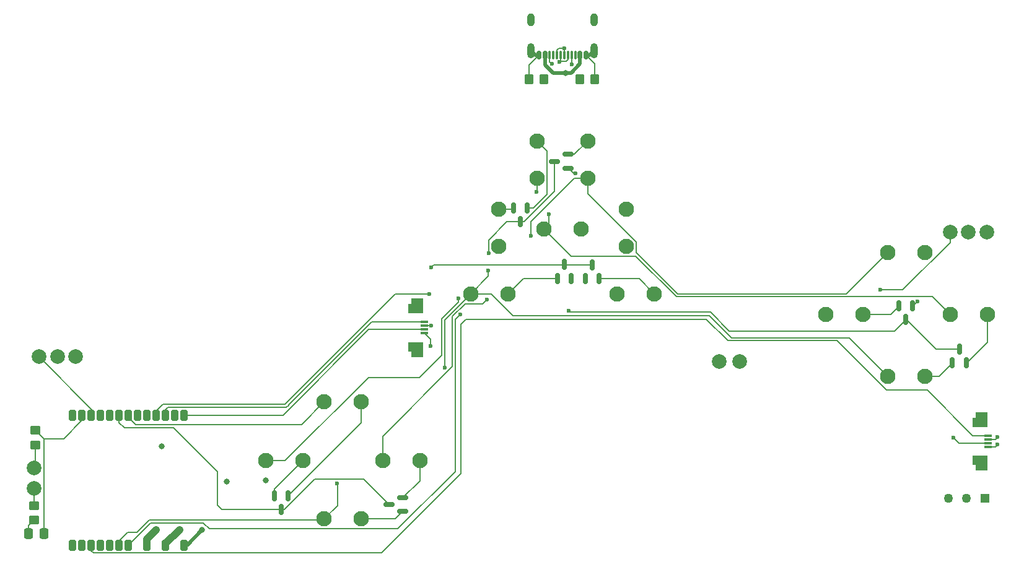
<source format=gbr>
%TF.GenerationSoftware,KiCad,Pcbnew,9.0.2*%
%TF.CreationDate,2025-07-08T14:50:53+02:00*%
%TF.ProjectId,FMControllerSeed,464d436f-6e74-4726-9f6c-6c6572536565,rev?*%
%TF.SameCoordinates,Original*%
%TF.FileFunction,Copper,L1,Top*%
%TF.FilePolarity,Positive*%
%FSLAX46Y46*%
G04 Gerber Fmt 4.6, Leading zero omitted, Abs format (unit mm)*
G04 Created by KiCad (PCBNEW 9.0.2) date 2025-07-08 14:50:53*
%MOMM*%
%LPD*%
G01*
G04 APERTURE LIST*
G04 Aperture macros list*
%AMRoundRect*
0 Rectangle with rounded corners*
0 $1 Rounding radius*
0 $2 $3 $4 $5 $6 $7 $8 $9 X,Y pos of 4 corners*
0 Add a 4 corners polygon primitive as box body*
4,1,4,$2,$3,$4,$5,$6,$7,$8,$9,$2,$3,0*
0 Add four circle primitives for the rounded corners*
1,1,$1+$1,$2,$3*
1,1,$1+$1,$4,$5*
1,1,$1+$1,$6,$7*
1,1,$1+$1,$8,$9*
0 Add four rect primitives between the rounded corners*
20,1,$1+$1,$2,$3,$4,$5,0*
20,1,$1+$1,$4,$5,$6,$7,0*
20,1,$1+$1,$6,$7,$8,$9,0*
20,1,$1+$1,$8,$9,$2,$3,0*%
%AMFreePoly0*
4,1,7,1.050000,-0.975000,-0.250000,-0.975000,-0.250000,-0.625000,-1.050000,-0.625000,-1.050000,0.975000,1.050000,0.975000,1.050000,-0.975000,1.050000,-0.975000,$1*%
%AMFreePoly1*
4,1,7,1.050000,-0.625000,0.250000,-0.625000,0.250000,-0.975000,-1.050000,-0.975000,-1.050000,0.975000,1.050000,0.975000,1.050000,-0.625000,1.050000,-0.625000,$1*%
G04 Aperture macros list end*
%TA.AperFunction,ComponentPad*%
%ADD10C,2.100000*%
%TD*%
%TA.AperFunction,SMDPad,CuDef*%
%ADD11RoundRect,0.150000X0.587500X0.150000X-0.587500X0.150000X-0.587500X-0.150000X0.587500X-0.150000X0*%
%TD*%
%TA.AperFunction,SMDPad,CuDef*%
%ADD12RoundRect,0.150000X0.150000X-0.587500X0.150000X0.587500X-0.150000X0.587500X-0.150000X-0.587500X0*%
%TD*%
%TA.AperFunction,ComponentPad*%
%ADD13R,1.270000X1.270000*%
%TD*%
%TA.AperFunction,ComponentPad*%
%ADD14C,1.270000*%
%TD*%
%TA.AperFunction,ComponentPad*%
%ADD15C,2.000000*%
%TD*%
%TA.AperFunction,SMDPad,CuDef*%
%ADD16RoundRect,0.075000X-0.475000X0.075000X-0.475000X-0.075000X0.475000X-0.075000X0.475000X0.075000X0*%
%TD*%
%TA.AperFunction,SMDPad,CuDef*%
%ADD17FreePoly0,270.000000*%
%TD*%
%TA.AperFunction,SMDPad,CuDef*%
%ADD18FreePoly1,270.000000*%
%TD*%
%TA.AperFunction,SMDPad,CuDef*%
%ADD19RoundRect,0.250000X0.350000X0.450000X-0.350000X0.450000X-0.350000X-0.450000X0.350000X-0.450000X0*%
%TD*%
%TA.AperFunction,SMDPad,CuDef*%
%ADD20RoundRect,0.250000X0.250000X0.500000X-0.250000X0.500000X-0.250000X-0.500000X0.250000X-0.500000X0*%
%TD*%
%TA.AperFunction,SMDPad,CuDef*%
%ADD21RoundRect,0.250000X-0.250000X-0.500000X0.250000X-0.500000X0.250000X0.500000X-0.250000X0.500000X0*%
%TD*%
%TA.AperFunction,SMDPad,CuDef*%
%ADD22RoundRect,0.250000X0.337500X0.475000X-0.337500X0.475000X-0.337500X-0.475000X0.337500X-0.475000X0*%
%TD*%
%TA.AperFunction,SMDPad,CuDef*%
%ADD23RoundRect,0.250000X-0.350000X-0.450000X0.350000X-0.450000X0.350000X0.450000X-0.350000X0.450000X0*%
%TD*%
%TA.AperFunction,SMDPad,CuDef*%
%ADD24RoundRect,0.150000X-0.150000X0.587500X-0.150000X-0.587500X0.150000X-0.587500X0.150000X0.587500X0*%
%TD*%
%TA.AperFunction,SMDPad,CuDef*%
%ADD25RoundRect,0.150000X0.150000X0.425000X-0.150000X0.425000X-0.150000X-0.425000X0.150000X-0.425000X0*%
%TD*%
%TA.AperFunction,SMDPad,CuDef*%
%ADD26RoundRect,0.075000X0.075000X0.500000X-0.075000X0.500000X-0.075000X-0.500000X0.075000X-0.500000X0*%
%TD*%
%TA.AperFunction,HeatsinkPad*%
%ADD27O,1.000000X2.100000*%
%TD*%
%TA.AperFunction,HeatsinkPad*%
%ADD28O,1.000000X1.800000*%
%TD*%
%TA.AperFunction,SMDPad,CuDef*%
%ADD29RoundRect,0.250000X-0.450000X0.350000X-0.450000X-0.350000X0.450000X-0.350000X0.450000X0.350000X0*%
%TD*%
%TA.AperFunction,ViaPad*%
%ADD30C,0.600000*%
%TD*%
%TA.AperFunction,ViaPad*%
%ADD31C,1.000000*%
%TD*%
%TA.AperFunction,ViaPad*%
%ADD32C,0.800000*%
%TD*%
%TA.AperFunction,Conductor*%
%ADD33C,0.200000*%
%TD*%
%TA.AperFunction,Conductor*%
%ADD34C,1.000000*%
%TD*%
%TA.AperFunction,Conductor*%
%ADD35C,0.500000*%
%TD*%
G04 APERTURE END LIST*
D10*
%TO.P,StickL2,1,1*%
%TO.N,Column 1*%
X144568248Y-74540000D03*
%TO.P,StickL2,2,2*%
%TO.N,Net-(D1-Pad1)*%
X144568248Y-69460000D03*
%TD*%
D11*
%TO.P,D7,1*%
%TO.N,Net-(D7-Pad1)*%
X126227500Y-120152500D03*
%TO.P,D7,2*%
%TO.N,Net-(D7-Pad2)*%
X126227500Y-118252500D03*
%TO.P,D7,3*%
%TO.N,Row 3*%
X124352500Y-119202500D03*
%TD*%
D12*
%TO.P,D3,1*%
%TO.N,Net-(D3-Pad1)*%
X147330000Y-88260000D03*
%TO.P,D3,2*%
%TO.N,Net-(D3-Pad2)*%
X149230000Y-88260000D03*
%TO.P,D3,3*%
%TO.N,Row 1*%
X148280000Y-86385000D03*
%TD*%
D10*
%TO.P,BumperL1,1,1*%
%TO.N,Column 0*%
X139292937Y-83872751D03*
%TO.P,BumperL1,2,2*%
%TO.N,Net-(BumperL1-Pad2)*%
X139292937Y-78792751D03*
%TD*%
D13*
%TO.P,SW17,1,1*%
%TO.N,unconnected-(SW17-Pad1)*%
X205760000Y-118380000D03*
D14*
%TO.P,SW17,2,2*%
%TO.N,+BAT*%
X203260000Y-118380000D03*
%TO.P,SW17,3,3*%
%TO.N,Net-(U2-BAT+)*%
X200760000Y-118380000D03*
%TD*%
D15*
%TO.P,U3,1,BAT-*%
%TO.N,-BATT*%
X75830000Y-116980000D03*
%TO.P,U3,2,BAT+*%
%TO.N,+BAT*%
X75830000Y-114180000D03*
%TD*%
%TO.P,U2,1,BAT-*%
%TO.N,-BATT*%
X169480000Y-99630000D03*
%TO.P,U2,2,BAT+*%
%TO.N,Net-(U2-BAT+)*%
X172280000Y-99630000D03*
%TD*%
D16*
%TO.P,StickR1,1,X*%
%TO.N,Net-(StickR1-X)*%
X206230000Y-109810000D03*
%TO.P,StickR1,2,GND*%
%TO.N,+3.3V*%
X206230000Y-110310000D03*
%TO.P,StickR1,3,Y*%
%TO.N,Net-(StickR1-Y)*%
X206230000Y-110810000D03*
%TO.P,StickR1,4,3V3*%
%TO.N,GND*%
X206230000Y-111310000D03*
D17*
%TO.P,StickR1,MP*%
%TO.N,N/C*%
X205105000Y-107560000D03*
D18*
X205105000Y-113560000D03*
%TD*%
D10*
%TO.P,BumperR1,1,1*%
%TO.N,Column 2*%
X156775311Y-83872751D03*
%TO.P,BumperR1,2,2*%
%TO.N,Net-(BumperR1-Pad2)*%
X156775311Y-78792751D03*
%TD*%
D19*
%TO.P,R4,1*%
%TO.N,GND*%
X152440000Y-61050000D03*
%TO.P,R4,2*%
%TO.N,Net-(J1-CC1)*%
X150440000Y-61050000D03*
%TD*%
D10*
%TO.P,B1,1,1*%
%TO.N,Column 1*%
X201012488Y-93182858D03*
%TO.P,B1,2,2*%
%TO.N,Net-(B1-Pad2)*%
X206092488Y-93182858D03*
%TD*%
D20*
%TO.P,U1,1,GPIO*%
%TO.N,Net-(StickL1-Y)*%
X96350000Y-106970000D03*
%TO.P,U1,2,GPIO*%
%TO.N,Net-(StickL1-X)*%
X93810000Y-106970000D03*
%TO.P,U1,3,GPIO*%
%TO.N,unconnected-(U1-GPIO-Pad3)*%
X91270000Y-106970000D03*
D21*
%TO.P,U1,3V3,3V3*%
%TO.N,+3.3V*%
X91270000Y-124750000D03*
D20*
%TO.P,U1,4,GPIO*%
%TO.N,Column 2*%
X88730000Y-106970000D03*
%TO.P,U1,5,GPIO*%
%TO.N,unconnected-(U1-GPIO-Pad5)*%
X86190000Y-106970000D03*
D21*
%TO.P,U1,5V,5V*%
%TO.N,VBUS*%
X96350000Y-124750000D03*
D20*
%TO.P,U1,6,GPIO*%
%TO.N,Net-(TriggerL1-OUT)*%
X83650000Y-106970000D03*
D21*
%TO.P,U1,7,GPIO*%
%TO.N,Net-(StickR1-X)*%
X83650000Y-124750000D03*
%TO.P,U1,8,GPIO*%
%TO.N,Net-(StickR1-Y)*%
X86190000Y-124750000D03*
%TO.P,U1,9,GPIO*%
%TO.N,Net-(TriggerR1-OUT)*%
X88730000Y-124750000D03*
D20*
%TO.P,U1,10,GPIO*%
%TO.N,Net-(C1-Pad1)*%
X82380000Y-106970000D03*
D21*
%TO.P,U1,11,GPIO*%
%TO.N,Row 2*%
X82380000Y-124750000D03*
%TO.P,U1,12,GPIO*%
%TO.N,Column 1*%
X84920000Y-124750000D03*
%TO.P,U1,13,GPIO*%
%TO.N,Column 0*%
X87460000Y-124750000D03*
D20*
%TO.P,U1,38,GPIO*%
%TO.N,unconnected-(U1-GPIO-Pad38)*%
X95080000Y-106970000D03*
%TO.P,U1,39,GPIO*%
%TO.N,Row 0*%
X92540000Y-106970000D03*
%TO.P,U1,40,GPIO*%
%TO.N,Row 1*%
X90000000Y-106970000D03*
%TO.P,U1,41,GPIO*%
%TO.N,Row 3*%
X87460000Y-106970000D03*
%TO.P,U1,42,GPIO*%
%TO.N,unconnected-(U1-GPIO-Pad42)*%
X84920000Y-106970000D03*
%TO.P,U1,43,GPIO*%
%TO.N,unconnected-(U1-GPIO-Pad43)*%
X81110000Y-106970000D03*
D21*
%TO.P,U1,44,GPIO*%
%TO.N,Column 3*%
X81110000Y-124750000D03*
%TO.P,U1,GND,GND*%
%TO.N,GND*%
X93810000Y-124750000D03*
%TD*%
D12*
%TO.P,D4,1*%
%TO.N,unconnected-(D4-Pad1)*%
X151170000Y-88330000D03*
%TO.P,D4,2*%
%TO.N,Net-(D4-Pad2)*%
X153070000Y-88330000D03*
%TO.P,D4,3*%
%TO.N,Row 1*%
X152120000Y-86455000D03*
%TD*%
D10*
%TO.P,Home1,1,1*%
%TO.N,Column 1*%
X145494224Y-81486626D03*
%TO.P,Home1,2,2*%
%TO.N,Net-(D3-Pad2)*%
X150574224Y-81486626D03*
%TD*%
%TO.P,StickR2,1,1*%
%TO.N,Column 3*%
X151500000Y-74540000D03*
%TO.P,StickR2,2,2*%
%TO.N,Net-(D2-Pad2)*%
X151500000Y-69460000D03*
%TD*%
%TO.P,Start1,1,1*%
%TO.N,Column 2*%
X155493736Y-90382830D03*
%TO.P,Start1,2,2*%
%TO.N,Net-(D4-Pad2)*%
X160573736Y-90382830D03*
%TD*%
D16*
%TO.P,StickL1,1,X*%
%TO.N,Net-(StickL1-X)*%
X129125000Y-94250000D03*
%TO.P,StickL1,2,GND*%
%TO.N,+3.3V*%
X129125000Y-94750000D03*
%TO.P,StickL1,3,Y*%
%TO.N,Net-(StickL1-Y)*%
X129125000Y-95250000D03*
%TO.P,StickL1,4,3V3*%
%TO.N,GND*%
X129125000Y-95750000D03*
D17*
%TO.P,StickL1,MP*%
%TO.N,N/C*%
X128000000Y-92000000D03*
D18*
X128000000Y-98000000D03*
%TD*%
D10*
%TO.P,LEFT1,1,1*%
%TO.N,Column 3*%
X107459565Y-113182532D03*
%TO.P,LEFT1,2,2*%
%TO.N,Net-(D8-Pad2)*%
X112539565Y-113182532D03*
%TD*%
D12*
%TO.P,D5,1*%
%TO.N,Net-(A1-Pad2)*%
X201322500Y-99815000D03*
%TO.P,D5,2*%
%TO.N,Net-(B1-Pad2)*%
X203222500Y-99815000D03*
%TO.P,D5,3*%
%TO.N,Row 2*%
X202272500Y-97940000D03*
%TD*%
D10*
%TO.P,A1,1,1*%
%TO.N,Column 0*%
X192527472Y-101667529D03*
%TO.P,A1,2,2*%
%TO.N,Net-(A1-Pad2)*%
X197607472Y-101667529D03*
%TD*%
D11*
%TO.P,D2,1*%
%TO.N,Net-(BumperR1-Pad2)*%
X148837500Y-73200000D03*
%TO.P,D2,2*%
%TO.N,Net-(D2-Pad2)*%
X148837500Y-71300000D03*
%TO.P,D2,3*%
%TO.N,Row 0*%
X146962500Y-72250000D03*
%TD*%
D22*
%TO.P,C1,1*%
%TO.N,Net-(C1-Pad1)*%
X77157500Y-123190000D03*
%TO.P,C1,2*%
%TO.N,Net-(C1-Pad2)*%
X75082500Y-123190000D03*
%TD*%
D10*
%TO.P,RIGHT1,1,1*%
%TO.N,Column 1*%
X123459348Y-113182532D03*
%TO.P,RIGHT1,2,2*%
%TO.N,Net-(D7-Pad2)*%
X128539348Y-113182532D03*
%TD*%
%TO.P,Y1,1,1*%
%TO.N,Column 3*%
X192527797Y-84697516D03*
%TO.P,Y1,2,2*%
%TO.N,Net-(D6-Pad1)*%
X197607797Y-84697516D03*
%TD*%
D23*
%TO.P,R3,1*%
%TO.N,GND*%
X143480000Y-61050000D03*
%TO.P,R3,2*%
%TO.N,Net-(J1-CC2)*%
X145480000Y-61050000D03*
%TD*%
D24*
%TO.P,D8,1*%
%TO.N,Net-(D8-Pad1)*%
X110550000Y-117972500D03*
%TO.P,D8,2*%
%TO.N,Net-(D8-Pad2)*%
X108650000Y-117972500D03*
%TO.P,D8,3*%
%TO.N,Row 3*%
X109600000Y-119847500D03*
%TD*%
D25*
%TO.P,J1,A1,GND*%
%TO.N,GND*%
X151233509Y-57688509D03*
%TO.P,J1,A4,VBUS*%
%TO.N,VBUS*%
X150433509Y-57688509D03*
D26*
%TO.P,J1,A5,CC1*%
%TO.N,Net-(J1-CC1)*%
X149283509Y-57688509D03*
%TO.P,J1,A6,D+*%
%TO.N,D+*%
X148283509Y-57688509D03*
%TO.P,J1,A7,D-*%
%TO.N,D-*%
X147783509Y-57688509D03*
%TO.P,J1,A8,SBU1*%
%TO.N,unconnected-(J1-SBU1-PadA8)*%
X146783509Y-57688509D03*
D25*
%TO.P,J1,A9,VBUS*%
%TO.N,VBUS*%
X145633509Y-57688509D03*
%TO.P,J1,A12,GND*%
%TO.N,GND*%
X144833509Y-57688509D03*
%TO.P,J1,B1,GND*%
X144833509Y-57688509D03*
%TO.P,J1,B4,VBUS*%
%TO.N,VBUS*%
X145633509Y-57688509D03*
D26*
%TO.P,J1,B5,CC2*%
%TO.N,Net-(J1-CC2)*%
X146283509Y-57688509D03*
%TO.P,J1,B6,D+*%
%TO.N,D+*%
X147283509Y-57688509D03*
%TO.P,J1,B7,D-*%
%TO.N,D-*%
X148783509Y-57688509D03*
%TO.P,J1,B8,SBU2*%
%TO.N,unconnected-(J1-SBU2-PadB8)*%
X149783509Y-57688509D03*
D25*
%TO.P,J1,B9,VBUS*%
%TO.N,VBUS*%
X150433509Y-57688509D03*
%TO.P,J1,B12,GND*%
%TO.N,GND*%
X151233509Y-57688509D03*
D27*
%TO.P,J1,S1,SHIELD*%
X152353509Y-57113509D03*
D28*
X152353509Y-52933509D03*
D27*
X143713509Y-57113509D03*
D28*
X143713509Y-52933509D03*
%TD*%
D10*
%TO.P,DOWN1,1,1*%
%TO.N,Column 0*%
X115459348Y-121182532D03*
%TO.P,DOWN1,2,2*%
%TO.N,Net-(D7-Pad1)*%
X120539348Y-121182532D03*
%TD*%
D24*
%TO.P,D1,1*%
%TO.N,Net-(D1-Pad1)*%
X143220000Y-78642500D03*
%TO.P,D1,2*%
%TO.N,Net-(BumperL1-Pad2)*%
X141320000Y-78642500D03*
%TO.P,D1,3*%
%TO.N,Row 0*%
X142270000Y-80517500D03*
%TD*%
D29*
%TO.P,R2,1*%
%TO.N,-BATT*%
X75830000Y-119350000D03*
%TO.P,R2,2*%
%TO.N,Net-(C1-Pad2)*%
X75830000Y-121350000D03*
%TD*%
%TO.P,R1,1*%
%TO.N,Net-(C1-Pad1)*%
X76010000Y-109050000D03*
%TO.P,R1,2*%
%TO.N,+BAT*%
X76010000Y-111050000D03*
%TD*%
D10*
%TO.P,Select1,1,1*%
%TO.N,Column 0*%
X135494224Y-90382341D03*
%TO.P,Select1,2,2*%
%TO.N,Net-(D3-Pad1)*%
X140574224Y-90382341D03*
%TD*%
D24*
%TO.P,D6,1*%
%TO.N,Net-(D6-Pad1)*%
X195875000Y-92012500D03*
%TO.P,D6,2*%
%TO.N,Net-(D6-Pad2)*%
X193975000Y-92012500D03*
%TO.P,D6,3*%
%TO.N,Row 2*%
X194925000Y-93887500D03*
%TD*%
D10*
%TO.P,UP1,1,1*%
%TO.N,Column 2*%
X115459022Y-105182858D03*
%TO.P,UP1,2,2*%
%TO.N,Net-(D8-Pad1)*%
X120539022Y-105182858D03*
%TD*%
%TO.P,X1,1,1*%
%TO.N,Column 2*%
X184041823Y-93182858D03*
%TO.P,X1,2,2*%
%TO.N,Net-(D6-Pad2)*%
X189121823Y-93182858D03*
%TD*%
D15*
%TO.P,TriggerL1,1,VDD*%
%TO.N,+3.3V*%
X81500000Y-99000000D03*
%TO.P,TriggerL1,2,GND*%
%TO.N,GND*%
X79000000Y-99000000D03*
%TO.P,TriggerL1,3,OUT*%
%TO.N,Net-(TriggerL1-OUT)*%
X76500000Y-99000000D03*
%TD*%
%TO.P,TriggerR1,1,VDD*%
%TO.N,+3.3V*%
X206017934Y-81930715D03*
%TO.P,TriggerR1,2,GND*%
%TO.N,GND*%
X203517934Y-81930715D03*
%TO.P,TriggerR1,3,OUT*%
%TO.N,Net-(TriggerR1-OUT)*%
X201017934Y-81930715D03*
%TD*%
D30*
%TO.N,GND*%
X130000000Y-97500000D03*
X207500000Y-111000000D03*
D31*
X95680000Y-122700000D03*
D30*
%TO.N,Column 0*%
X131935735Y-100525735D03*
X117205735Y-116315735D03*
X137920000Y-87192000D03*
%TO.N,Column 1*%
X137700000Y-91133341D03*
X84920000Y-124750000D03*
X146160000Y-79500000D03*
X144520000Y-76470000D03*
%TO.N,+3.3V*%
X207500000Y-110000000D03*
D31*
X92480000Y-122700000D03*
D30*
X130065847Y-94750000D03*
%TO.N,Row 0*%
X137980000Y-84840000D03*
X129810000Y-90440000D03*
%TO.N,Row 1*%
X90000000Y-106970000D03*
X130115235Y-86746235D03*
%TO.N,Row 2*%
X82380000Y-124750000D03*
X148880000Y-92734341D03*
D32*
%TO.N,D-*%
X93240000Y-111270000D03*
D30*
X147630000Y-58696564D03*
D32*
%TO.N,VBUS*%
X148460000Y-60160000D03*
X107451340Y-115908660D03*
X98790000Y-122700000D03*
D30*
%TO.N,Net-(J1-CC1)*%
X149283509Y-59005830D03*
X150440000Y-61050000D03*
%TO.N,D+*%
X148283509Y-56799157D03*
D32*
X102187100Y-116090000D03*
D30*
%TO.N,Net-(J1-CC2)*%
X146565331Y-58924669D03*
X145480000Y-61050000D03*
%TO.N,Column 3*%
X133830000Y-90980000D03*
X81110000Y-124750000D03*
X143690000Y-82460000D03*
%TO.N,Net-(StickR1-Y)*%
X86190000Y-124750000D03*
X201440000Y-110060000D03*
%TO.N,Net-(TriggerR1-OUT)*%
X134096095Y-93196099D03*
X191500000Y-89840000D03*
%TO.N,Net-(BumperR1-Pad2)*%
X149830000Y-73910000D03*
%TO.N,Net-(D3-Pad2)*%
X149230000Y-88260000D03*
%TO.N,Net-(D6-Pad1)*%
X196557500Y-91417500D03*
%TD*%
D33*
%TO.N,GND*%
X143480000Y-61050000D02*
X143480000Y-59042018D01*
X129125000Y-95750000D02*
X130000000Y-96625000D01*
X143480000Y-59042018D02*
X144833509Y-57688509D01*
D34*
X93810000Y-124750000D02*
X93810000Y-124570000D01*
D33*
X207190000Y-111310000D02*
X207500000Y-111000000D01*
X130000000Y-96625000D02*
X130000000Y-97500000D01*
X152440000Y-61050000D02*
X152440000Y-58895000D01*
D35*
X151778509Y-57688509D02*
X152353509Y-57113509D01*
X151233509Y-57688509D02*
X151778509Y-57688509D01*
D34*
X93810000Y-124570000D02*
X95680000Y-122700000D01*
D33*
X152440000Y-58895000D02*
X151233509Y-57688509D01*
D35*
X144833509Y-57688509D02*
X144288509Y-57688509D01*
D33*
X206230000Y-111310000D02*
X207190000Y-111310000D01*
D35*
X144288509Y-57688509D02*
X143713509Y-57113509D01*
D33*
%TO.N,Column 0*%
X91594900Y-121318000D02*
X89892900Y-123020000D01*
X141295341Y-93335341D02*
X138342341Y-90382341D01*
X187239943Y-96380000D02*
X171170000Y-96380000D01*
X135494224Y-90382341D02*
X137920000Y-87956565D01*
X131935735Y-100525735D02*
X131930000Y-100520000D01*
X91594900Y-121318000D02*
X115323880Y-121318000D01*
X192527472Y-101667529D02*
X187239943Y-96380000D01*
X117310000Y-116420000D02*
X117310000Y-119331880D01*
X117205735Y-116315735D02*
X117310000Y-116420000D01*
X115323880Y-121318000D02*
X115459348Y-121182532D01*
X131930000Y-100520000D02*
X131930000Y-93946565D01*
X137920000Y-87192000D02*
X137900000Y-87212000D01*
X168125341Y-93335341D02*
X141295341Y-93335341D01*
X88631871Y-123020000D02*
X87460000Y-124191871D01*
X171170000Y-96380000D02*
X168125341Y-93335341D01*
X137920000Y-87956565D02*
X137920000Y-87192000D01*
X131930000Y-93946565D02*
X135494224Y-90382341D01*
X115459348Y-121182532D02*
X117310000Y-119331880D01*
X89892900Y-123020000D02*
X88631871Y-123020000D01*
X138342341Y-90382341D02*
X135494224Y-90382341D01*
X87460000Y-124191871D02*
X87460000Y-124750000D01*
%TO.N,Column 1*%
X158035601Y-85223751D02*
X163589476Y-90777626D01*
X137700000Y-91133341D02*
X137700000Y-91140000D01*
X123459348Y-109850652D02*
X123459348Y-113182532D01*
X198607256Y-90777626D02*
X201012488Y-93182858D01*
X134710324Y-91733341D02*
X132970000Y-93473665D01*
X145494224Y-81486626D02*
X149231349Y-85223751D01*
X132970000Y-93473665D02*
X132970000Y-100340000D01*
X137106659Y-91733341D02*
X134710324Y-91733341D01*
X144568248Y-74540000D02*
X144568248Y-76421752D01*
X149231349Y-85223751D02*
X158035601Y-85223751D01*
X163589476Y-90777626D02*
X198607256Y-90777626D01*
X146160000Y-80820850D02*
X146160000Y-79500000D01*
X145494224Y-82292944D02*
X145494224Y-81486626D01*
X145494224Y-81486626D02*
X146160000Y-80820850D01*
X144568248Y-76421752D02*
X144520000Y-76470000D01*
X132970000Y-100340000D02*
X123459348Y-109850652D01*
X84990000Y-124680000D02*
X84920000Y-124750000D01*
X137700000Y-91140000D02*
X137106659Y-91733341D01*
%TO.N,+3.3V*%
X206230000Y-110310000D02*
X207190000Y-110310000D01*
D34*
X91270000Y-124750000D02*
X91270000Y-123910000D01*
D33*
X207190000Y-110310000D02*
X207500000Y-110000000D01*
X130065847Y-94750000D02*
X129125000Y-94750000D01*
D34*
X91270000Y-123910000D02*
X92480000Y-122700000D01*
D33*
%TO.N,Column 2*%
X89711871Y-108270000D02*
X88730000Y-107288129D01*
X112371880Y-108270000D02*
X89711871Y-108270000D01*
X88730000Y-107288129D02*
X88730000Y-106970000D01*
X115459022Y-105182858D02*
X112371880Y-108270000D01*
%TO.N,Row 0*%
X146962500Y-76324600D02*
X146962500Y-72250000D01*
X137930000Y-84790000D02*
X137930000Y-83030000D01*
X142270000Y-80517500D02*
X142769600Y-80517500D01*
X110296152Y-105353664D02*
X110148816Y-105501000D01*
X137980000Y-84840000D02*
X137930000Y-84790000D01*
X142769600Y-80517500D02*
X146962500Y-76324600D01*
X140442500Y-80517500D02*
X142270000Y-80517500D01*
X110148816Y-105501000D02*
X110148701Y-105501000D01*
X109941099Y-105501000D02*
X93450868Y-105501003D01*
X137930000Y-83030000D02*
X140442500Y-80517500D01*
X129810000Y-90440000D02*
X125215549Y-90440000D01*
X93450868Y-105501003D02*
X92540000Y-106411871D01*
X110148620Y-105501081D02*
X109941099Y-105501000D01*
X110475549Y-105180000D02*
X110469951Y-105180000D01*
X92540000Y-106411871D02*
X92540000Y-106970000D01*
X110148701Y-105501000D02*
X110148620Y-105501081D01*
X110469951Y-105180000D02*
X110296152Y-105353664D01*
X125215549Y-90440000D02*
X110475549Y-105180000D01*
%TO.N,Row 1*%
X130468970Y-86392500D02*
X148267500Y-86392500D01*
X148327500Y-86452500D02*
X148267500Y-86392500D01*
X90000000Y-106970000D02*
X89991871Y-106970000D01*
X148267500Y-86392500D02*
X152107500Y-86392500D01*
X152107500Y-86392500D02*
X152167500Y-86452500D01*
X130115235Y-86746235D02*
X130468970Y-86392500D01*
%TO.N,Row 2*%
X199060000Y-97935000D02*
X202360000Y-97935000D01*
X170808100Y-95451000D02*
X193449000Y-95451000D01*
X148880000Y-92734341D02*
X149025659Y-92880000D01*
X168237100Y-92880000D02*
X170808100Y-95451000D01*
X193449000Y-95451000D02*
X195012500Y-93887500D01*
X195012500Y-93887500D02*
X199060000Y-97935000D01*
X149025659Y-92880000D02*
X168237100Y-92880000D01*
%TO.N,Row 3*%
X100905000Y-114693865D02*
X100905000Y-119305000D01*
X120864735Y-115714735D02*
X114187233Y-115714735D01*
X110054468Y-119847500D02*
X109600000Y-119847500D01*
X124352500Y-119202500D02*
X120864735Y-115714735D01*
X88141000Y-108671000D02*
X94882135Y-108671000D01*
X114187233Y-115714735D02*
X110054468Y-119847500D01*
X87460000Y-107990000D02*
X88141000Y-108671000D01*
X100905000Y-119305000D02*
X101447500Y-119847500D01*
X87460000Y-106970000D02*
X87460000Y-107990000D01*
X101447500Y-119847500D02*
X109600000Y-119847500D01*
X124027500Y-119202500D02*
X124352500Y-119202500D01*
X94882135Y-108671000D02*
X100905000Y-114693865D01*
%TO.N,D-*%
X147783509Y-57688509D02*
X147783509Y-58551157D01*
X147796861Y-58564509D02*
X147664806Y-58696564D01*
X148783509Y-58297333D02*
X148783509Y-57688509D01*
X148516333Y-58564509D02*
X148783509Y-58297333D01*
X148050685Y-58564509D02*
X148516333Y-58564509D01*
X148516333Y-58564509D02*
X147796861Y-58564509D01*
X147783509Y-58551157D02*
X147796861Y-58564509D01*
X147664806Y-58696564D02*
X147630000Y-58696564D01*
D35*
%TO.N,VBUS*%
X146740000Y-60160000D02*
X148460000Y-60160000D01*
X96750000Y-124750000D02*
X96350000Y-124750000D01*
X98790000Y-122710000D02*
X96750000Y-124750000D01*
X150433509Y-58917905D02*
X149191414Y-60160000D01*
X98790000Y-122700000D02*
X98790000Y-122710000D01*
X145633509Y-59053509D02*
X146740000Y-60160000D01*
X150433509Y-57688509D02*
X150433509Y-58917905D01*
X149191414Y-60160000D02*
X148460000Y-60160000D01*
X145633509Y-57688509D02*
X145633509Y-59053509D01*
D33*
%TO.N,Net-(J1-CC1)*%
X149283509Y-57688509D02*
X149283509Y-59005830D01*
%TO.N,D+*%
X147283509Y-57079685D02*
X147550685Y-56812509D01*
X147550685Y-56812509D02*
X148016333Y-56812509D01*
X148016333Y-56812509D02*
X148283509Y-57079685D01*
X147283509Y-57688509D02*
X147283509Y-57079685D01*
X148283509Y-57079685D02*
X148283509Y-57688509D01*
%TO.N,Net-(J1-CC2)*%
X146565331Y-58924669D02*
X146283509Y-58642847D01*
X146283509Y-58642847D02*
X146283509Y-57688509D01*
%TO.N,Column 3*%
X151500000Y-74540000D02*
X151500000Y-76686837D01*
X131529000Y-93780465D02*
X131529000Y-98751000D01*
X149640000Y-74540000D02*
X151500000Y-74540000D01*
X133830000Y-91479465D02*
X131529000Y-93780465D01*
X158126311Y-84747361D02*
X163755576Y-90376626D01*
X133830000Y-90980000D02*
X133830000Y-91479465D01*
X158126311Y-83313148D02*
X158126311Y-84747361D01*
X151500000Y-76686837D02*
X158126311Y-83313148D01*
X128470000Y-101810000D02*
X121500000Y-101810000D01*
X121500000Y-101810000D02*
X110127468Y-113182532D01*
X143690000Y-80490000D02*
X149640000Y-74540000D01*
X163755576Y-90376626D02*
X186848687Y-90376626D01*
X186848687Y-90376626D02*
X192527797Y-84697516D01*
X143690000Y-82460000D02*
X143690000Y-80490000D01*
X131529000Y-98751000D02*
X128470000Y-101810000D01*
X110127468Y-113182532D02*
X107459565Y-113182532D01*
%TO.N,Net-(StickL1-X)*%
X110314720Y-105902081D02*
X110314628Y-105902081D01*
X109982520Y-105902081D02*
X109982455Y-105902016D01*
X110314628Y-105902081D02*
X110314563Y-105902146D01*
X110641649Y-105581000D02*
X110635960Y-105581000D01*
X129125000Y-94250000D02*
X121972650Y-94250000D01*
X109941107Y-105902000D02*
X94119868Y-105902003D01*
X110314916Y-105902000D02*
X110314801Y-105902000D01*
X94119868Y-105902003D02*
X93810000Y-106211871D01*
X110635960Y-105581000D02*
X110579388Y-105637528D01*
X121972650Y-94250000D02*
X110641649Y-105581000D01*
X110579388Y-105637528D02*
X110314916Y-105902000D01*
X110314563Y-105902146D02*
X110148298Y-105902081D01*
X109982455Y-105902016D02*
X109941107Y-105902000D01*
X93810000Y-106211871D02*
X93810000Y-106970000D01*
X110314801Y-105902000D02*
X110314720Y-105902081D01*
X110148298Y-105902081D02*
X109982520Y-105902081D01*
%TO.N,Net-(StickL1-Y)*%
X109819749Y-106970000D02*
X96341871Y-106970000D01*
X129125000Y-95250000D02*
X121539748Y-95250000D01*
X121539748Y-95250000D02*
X109819749Y-106970000D01*
%TO.N,Net-(StickR1-X)*%
X123339000Y-125801000D02*
X83942871Y-125801000D01*
X185551000Y-96781000D02*
X170606880Y-96781000D01*
X167707580Y-93881700D02*
X134826603Y-93881700D01*
X134171000Y-114969000D02*
X123339000Y-125801000D01*
X192330000Y-103560000D02*
X185551000Y-96781000D01*
X134171000Y-94537303D02*
X134171000Y-114969000D01*
X83650000Y-125508129D02*
X83650000Y-124750000D01*
X83942871Y-125801000D02*
X83650000Y-125508129D01*
X206230000Y-109810000D02*
X204130000Y-109810000D01*
X170606880Y-96781000D02*
X167707580Y-93881700D01*
X204130000Y-109810000D02*
X197880000Y-103560000D01*
X197880000Y-103560000D02*
X192330000Y-103560000D01*
X134826603Y-93881700D02*
X134171000Y-94537303D01*
%TO.N,Net-(StickR1-Y)*%
X86220000Y-124720000D02*
X86190000Y-124750000D01*
X202190000Y-110810000D02*
X201440000Y-110060000D01*
X206230000Y-110810000D02*
X202190000Y-110810000D01*
%TO.N,+BAT*%
X76010000Y-114000000D02*
X75830000Y-114180000D01*
X76010000Y-111050000D02*
X76010000Y-114000000D01*
%TO.N,Net-(TriggerL1-OUT)*%
X76500000Y-99000000D02*
X83961871Y-106461871D01*
X83961871Y-106461871D02*
X83961871Y-106850000D01*
%TO.N,Net-(TriggerR1-OUT)*%
X201017934Y-81930715D02*
X201017934Y-83344928D01*
X201017934Y-83344928D02*
X194522862Y-89840000D01*
X98969000Y-121719000D02*
X91761000Y-121719000D01*
X133371000Y-114689000D02*
X125526468Y-122533532D01*
X133371000Y-93921194D02*
X133371000Y-114689000D01*
X99783532Y-122533532D02*
X98969000Y-121719000D01*
X125526468Y-122533532D02*
X99783532Y-122533532D01*
X134096095Y-93196099D02*
X133371000Y-93921194D01*
X91761000Y-121719000D02*
X88730000Y-124750000D01*
X194522862Y-89840000D02*
X191500000Y-89840000D01*
%TO.N,-BATT*%
X75830000Y-119350000D02*
X75830000Y-116980000D01*
%TO.N,Net-(A1-Pad2)*%
X199552471Y-101667529D02*
X201410000Y-99810000D01*
X197607472Y-101667529D02*
X199552471Y-101667529D01*
%TO.N,Net-(B1-Pad2)*%
X206092488Y-97027512D02*
X203310000Y-99810000D01*
X206092488Y-93182858D02*
X206092488Y-97027512D01*
%TO.N,Net-(BumperL1-Pad2)*%
X139292937Y-78792751D02*
X141169749Y-78792751D01*
X141169749Y-78792751D02*
X141320000Y-78642500D01*
%TO.N,Net-(BumperR1-Pad2)*%
X149547500Y-73910000D02*
X149830000Y-73910000D01*
X148837500Y-73200000D02*
X149547500Y-73910000D01*
%TO.N,Net-(D1-Pad1)*%
X143220000Y-78642500D02*
X144077500Y-78642500D01*
X144077500Y-78642500D02*
X145924000Y-76796000D01*
X145924000Y-70815752D02*
X144568248Y-69460000D01*
X145924000Y-76796000D02*
X145924000Y-70815752D01*
%TO.N,Net-(D2-Pad2)*%
X148837500Y-71300000D02*
X149660000Y-71300000D01*
X149660000Y-71300000D02*
X151500000Y-69460000D01*
%TO.N,Net-(D3-Pad1)*%
X142689065Y-88267500D02*
X147317500Y-88267500D01*
X140574224Y-90382341D02*
X142689065Y-88267500D01*
%TO.N,Net-(D3-Pad2)*%
X149230000Y-88260000D02*
X149225000Y-88260000D01*
X149225000Y-88260000D02*
X149217500Y-88267500D01*
%TO.N,Net-(D4-Pad2)*%
X160573736Y-90382830D02*
X158518406Y-88327500D01*
X158518406Y-88327500D02*
X153117500Y-88327500D01*
%TO.N,Net-(D6-Pad1)*%
X195962500Y-92012500D02*
X196557500Y-91417500D01*
X196557500Y-91417500D02*
X196685000Y-91290000D01*
%TO.N,Net-(D6-Pad2)*%
X189121823Y-93182858D02*
X192892142Y-93182858D01*
X192892142Y-93182858D02*
X194062500Y-92012500D01*
%TO.N,Net-(D7-Pad2)*%
X128539348Y-115940652D02*
X128539348Y-113182532D01*
X126227500Y-118252500D02*
X128539348Y-115940652D01*
%TO.N,Net-(D7-Pad1)*%
X125197468Y-121182532D02*
X126227500Y-120152500D01*
X120539348Y-121182532D02*
X125197468Y-121182532D01*
%TO.N,Net-(D8-Pad1)*%
X110550000Y-117972500D02*
X120539022Y-107983478D01*
X120539022Y-107983478D02*
X120539022Y-105182858D01*
%TO.N,Net-(D8-Pad2)*%
X108650000Y-117072097D02*
X112539565Y-113182532D01*
X108650000Y-117972500D02*
X108650000Y-117072097D01*
%TO.N,Net-(C1-Pad1)*%
X79892500Y-110207500D02*
X82380000Y-107720000D01*
X77167500Y-110207500D02*
X77167500Y-123180000D01*
X82380000Y-107720000D02*
X82380000Y-106970000D01*
X77167500Y-123180000D02*
X77157500Y-123190000D01*
X76010000Y-109050000D02*
X77167500Y-110207500D01*
X77167500Y-110207500D02*
X79892500Y-110207500D01*
%TO.N,Net-(C1-Pad2)*%
X75092500Y-123450000D02*
X75082500Y-123440000D01*
X75082500Y-123440000D02*
X75082500Y-122097500D01*
X75082500Y-122097500D02*
X75830000Y-121350000D01*
%TD*%
M02*

</source>
